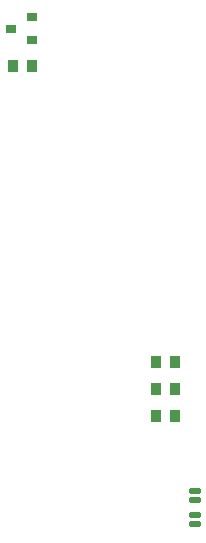
<source format=gtp>
G04*
G04 #@! TF.GenerationSoftware,Altium Limited,Altium Designer,18.1.7 (191)*
G04*
G04 Layer_Color=8421504*
%FSLAX25Y25*%
%MOIN*%
G70*
G01*
G75*
G04:AMPARAMS|DCode=15|XSize=20mil|YSize=40mil|CornerRadius=2mil|HoleSize=0mil|Usage=FLASHONLY|Rotation=90.000|XOffset=0mil|YOffset=0mil|HoleType=Round|Shape=RoundedRectangle|*
%AMROUNDEDRECTD15*
21,1,0.02000,0.03600,0,0,90.0*
21,1,0.01600,0.04000,0,0,90.0*
1,1,0.00400,0.01800,0.00800*
1,1,0.00400,0.01800,-0.00800*
1,1,0.00400,-0.01800,-0.00800*
1,1,0.00400,-0.01800,0.00800*
%
%ADD15ROUNDEDRECTD15*%
%ADD16R,0.03543X0.03937*%
%ADD17R,0.03827X0.03158*%
D15*
X545000Y72500D02*
D03*
Y75500D02*
D03*
Y80500D02*
D03*
Y83500D02*
D03*
D16*
X538150Y117500D02*
D03*
X531850Y117500D02*
D03*
X538150Y126500D02*
D03*
X531850Y126500D02*
D03*
X538150Y108500D02*
D03*
X531850Y108500D02*
D03*
X490650Y225000D02*
D03*
X484350D02*
D03*
D17*
X490484Y241240D02*
D03*
Y233760D02*
D03*
X483516Y237500D02*
D03*
M02*

</source>
